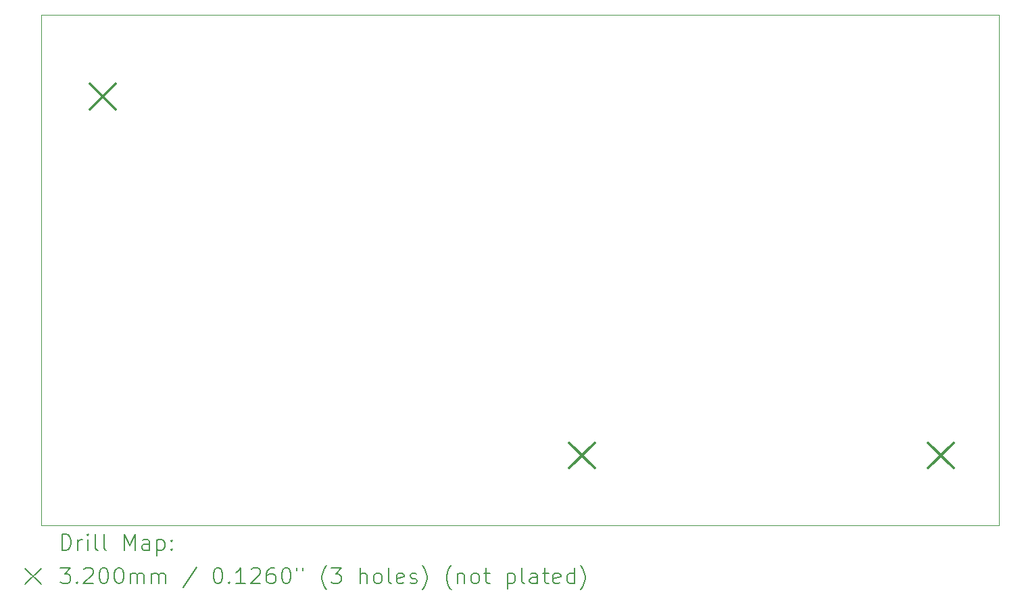
<source format=gbr>
%TF.GenerationSoftware,KiCad,Pcbnew,8.0.3*%
%TF.CreationDate,2024-07-14T18:55:31-07:00*%
%TF.ProjectId,robosub_teensy,726f626f-7375-4625-9f74-65656e73792e,rev?*%
%TF.SameCoordinates,Original*%
%TF.FileFunction,Drillmap*%
%TF.FilePolarity,Positive*%
%FSLAX45Y45*%
G04 Gerber Fmt 4.5, Leading zero omitted, Abs format (unit mm)*
G04 Created by KiCad (PCBNEW 8.0.3) date 2024-07-14 18:55:31*
%MOMM*%
%LPD*%
G01*
G04 APERTURE LIST*
%ADD10C,0.050000*%
%ADD11C,0.200000*%
%ADD12C,0.320000*%
G04 APERTURE END LIST*
D10*
X12805000Y-15692500D02*
X24805000Y-15692500D01*
X24805000Y-22095000D01*
X12805000Y-22095000D01*
X12805000Y-15692500D01*
D11*
D12*
X13415000Y-16560000D02*
X13735000Y-16880000D01*
X13735000Y-16560000D02*
X13415000Y-16880000D01*
X19415000Y-21060000D02*
X19735000Y-21380000D01*
X19735000Y-21060000D02*
X19415000Y-21380000D01*
X23915000Y-21060000D02*
X24235000Y-21380000D01*
X24235000Y-21060000D02*
X23915000Y-21380000D01*
D11*
X13063277Y-22408984D02*
X13063277Y-22208984D01*
X13063277Y-22208984D02*
X13110896Y-22208984D01*
X13110896Y-22208984D02*
X13139467Y-22218508D01*
X13139467Y-22218508D02*
X13158515Y-22237555D01*
X13158515Y-22237555D02*
X13168039Y-22256603D01*
X13168039Y-22256603D02*
X13177562Y-22294698D01*
X13177562Y-22294698D02*
X13177562Y-22323270D01*
X13177562Y-22323270D02*
X13168039Y-22361365D01*
X13168039Y-22361365D02*
X13158515Y-22380412D01*
X13158515Y-22380412D02*
X13139467Y-22399460D01*
X13139467Y-22399460D02*
X13110896Y-22408984D01*
X13110896Y-22408984D02*
X13063277Y-22408984D01*
X13263277Y-22408984D02*
X13263277Y-22275650D01*
X13263277Y-22313746D02*
X13272801Y-22294698D01*
X13272801Y-22294698D02*
X13282324Y-22285174D01*
X13282324Y-22285174D02*
X13301372Y-22275650D01*
X13301372Y-22275650D02*
X13320420Y-22275650D01*
X13387086Y-22408984D02*
X13387086Y-22275650D01*
X13387086Y-22208984D02*
X13377562Y-22218508D01*
X13377562Y-22218508D02*
X13387086Y-22228031D01*
X13387086Y-22228031D02*
X13396610Y-22218508D01*
X13396610Y-22218508D02*
X13387086Y-22208984D01*
X13387086Y-22208984D02*
X13387086Y-22228031D01*
X13510896Y-22408984D02*
X13491848Y-22399460D01*
X13491848Y-22399460D02*
X13482324Y-22380412D01*
X13482324Y-22380412D02*
X13482324Y-22208984D01*
X13615658Y-22408984D02*
X13596610Y-22399460D01*
X13596610Y-22399460D02*
X13587086Y-22380412D01*
X13587086Y-22380412D02*
X13587086Y-22208984D01*
X13844229Y-22408984D02*
X13844229Y-22208984D01*
X13844229Y-22208984D02*
X13910896Y-22351841D01*
X13910896Y-22351841D02*
X13977562Y-22208984D01*
X13977562Y-22208984D02*
X13977562Y-22408984D01*
X14158515Y-22408984D02*
X14158515Y-22304222D01*
X14158515Y-22304222D02*
X14148991Y-22285174D01*
X14148991Y-22285174D02*
X14129943Y-22275650D01*
X14129943Y-22275650D02*
X14091848Y-22275650D01*
X14091848Y-22275650D02*
X14072801Y-22285174D01*
X14158515Y-22399460D02*
X14139467Y-22408984D01*
X14139467Y-22408984D02*
X14091848Y-22408984D01*
X14091848Y-22408984D02*
X14072801Y-22399460D01*
X14072801Y-22399460D02*
X14063277Y-22380412D01*
X14063277Y-22380412D02*
X14063277Y-22361365D01*
X14063277Y-22361365D02*
X14072801Y-22342317D01*
X14072801Y-22342317D02*
X14091848Y-22332793D01*
X14091848Y-22332793D02*
X14139467Y-22332793D01*
X14139467Y-22332793D02*
X14158515Y-22323270D01*
X14253753Y-22275650D02*
X14253753Y-22475650D01*
X14253753Y-22285174D02*
X14272801Y-22275650D01*
X14272801Y-22275650D02*
X14310896Y-22275650D01*
X14310896Y-22275650D02*
X14329943Y-22285174D01*
X14329943Y-22285174D02*
X14339467Y-22294698D01*
X14339467Y-22294698D02*
X14348991Y-22313746D01*
X14348991Y-22313746D02*
X14348991Y-22370888D01*
X14348991Y-22370888D02*
X14339467Y-22389936D01*
X14339467Y-22389936D02*
X14329943Y-22399460D01*
X14329943Y-22399460D02*
X14310896Y-22408984D01*
X14310896Y-22408984D02*
X14272801Y-22408984D01*
X14272801Y-22408984D02*
X14253753Y-22399460D01*
X14434705Y-22389936D02*
X14444229Y-22399460D01*
X14444229Y-22399460D02*
X14434705Y-22408984D01*
X14434705Y-22408984D02*
X14425182Y-22399460D01*
X14425182Y-22399460D02*
X14434705Y-22389936D01*
X14434705Y-22389936D02*
X14434705Y-22408984D01*
X14434705Y-22285174D02*
X14444229Y-22294698D01*
X14444229Y-22294698D02*
X14434705Y-22304222D01*
X14434705Y-22304222D02*
X14425182Y-22294698D01*
X14425182Y-22294698D02*
X14434705Y-22285174D01*
X14434705Y-22285174D02*
X14434705Y-22304222D01*
X12602500Y-22637500D02*
X12802500Y-22837500D01*
X12802500Y-22637500D02*
X12602500Y-22837500D01*
X13044229Y-22628984D02*
X13168039Y-22628984D01*
X13168039Y-22628984D02*
X13101372Y-22705174D01*
X13101372Y-22705174D02*
X13129943Y-22705174D01*
X13129943Y-22705174D02*
X13148991Y-22714698D01*
X13148991Y-22714698D02*
X13158515Y-22724222D01*
X13158515Y-22724222D02*
X13168039Y-22743269D01*
X13168039Y-22743269D02*
X13168039Y-22790888D01*
X13168039Y-22790888D02*
X13158515Y-22809936D01*
X13158515Y-22809936D02*
X13148991Y-22819460D01*
X13148991Y-22819460D02*
X13129943Y-22828984D01*
X13129943Y-22828984D02*
X13072801Y-22828984D01*
X13072801Y-22828984D02*
X13053753Y-22819460D01*
X13053753Y-22819460D02*
X13044229Y-22809936D01*
X13253753Y-22809936D02*
X13263277Y-22819460D01*
X13263277Y-22819460D02*
X13253753Y-22828984D01*
X13253753Y-22828984D02*
X13244229Y-22819460D01*
X13244229Y-22819460D02*
X13253753Y-22809936D01*
X13253753Y-22809936D02*
X13253753Y-22828984D01*
X13339467Y-22648031D02*
X13348991Y-22638508D01*
X13348991Y-22638508D02*
X13368039Y-22628984D01*
X13368039Y-22628984D02*
X13415658Y-22628984D01*
X13415658Y-22628984D02*
X13434705Y-22638508D01*
X13434705Y-22638508D02*
X13444229Y-22648031D01*
X13444229Y-22648031D02*
X13453753Y-22667079D01*
X13453753Y-22667079D02*
X13453753Y-22686127D01*
X13453753Y-22686127D02*
X13444229Y-22714698D01*
X13444229Y-22714698D02*
X13329943Y-22828984D01*
X13329943Y-22828984D02*
X13453753Y-22828984D01*
X13577562Y-22628984D02*
X13596610Y-22628984D01*
X13596610Y-22628984D02*
X13615658Y-22638508D01*
X13615658Y-22638508D02*
X13625182Y-22648031D01*
X13625182Y-22648031D02*
X13634705Y-22667079D01*
X13634705Y-22667079D02*
X13644229Y-22705174D01*
X13644229Y-22705174D02*
X13644229Y-22752793D01*
X13644229Y-22752793D02*
X13634705Y-22790888D01*
X13634705Y-22790888D02*
X13625182Y-22809936D01*
X13625182Y-22809936D02*
X13615658Y-22819460D01*
X13615658Y-22819460D02*
X13596610Y-22828984D01*
X13596610Y-22828984D02*
X13577562Y-22828984D01*
X13577562Y-22828984D02*
X13558515Y-22819460D01*
X13558515Y-22819460D02*
X13548991Y-22809936D01*
X13548991Y-22809936D02*
X13539467Y-22790888D01*
X13539467Y-22790888D02*
X13529943Y-22752793D01*
X13529943Y-22752793D02*
X13529943Y-22705174D01*
X13529943Y-22705174D02*
X13539467Y-22667079D01*
X13539467Y-22667079D02*
X13548991Y-22648031D01*
X13548991Y-22648031D02*
X13558515Y-22638508D01*
X13558515Y-22638508D02*
X13577562Y-22628984D01*
X13768039Y-22628984D02*
X13787086Y-22628984D01*
X13787086Y-22628984D02*
X13806134Y-22638508D01*
X13806134Y-22638508D02*
X13815658Y-22648031D01*
X13815658Y-22648031D02*
X13825182Y-22667079D01*
X13825182Y-22667079D02*
X13834705Y-22705174D01*
X13834705Y-22705174D02*
X13834705Y-22752793D01*
X13834705Y-22752793D02*
X13825182Y-22790888D01*
X13825182Y-22790888D02*
X13815658Y-22809936D01*
X13815658Y-22809936D02*
X13806134Y-22819460D01*
X13806134Y-22819460D02*
X13787086Y-22828984D01*
X13787086Y-22828984D02*
X13768039Y-22828984D01*
X13768039Y-22828984D02*
X13748991Y-22819460D01*
X13748991Y-22819460D02*
X13739467Y-22809936D01*
X13739467Y-22809936D02*
X13729943Y-22790888D01*
X13729943Y-22790888D02*
X13720420Y-22752793D01*
X13720420Y-22752793D02*
X13720420Y-22705174D01*
X13720420Y-22705174D02*
X13729943Y-22667079D01*
X13729943Y-22667079D02*
X13739467Y-22648031D01*
X13739467Y-22648031D02*
X13748991Y-22638508D01*
X13748991Y-22638508D02*
X13768039Y-22628984D01*
X13920420Y-22828984D02*
X13920420Y-22695650D01*
X13920420Y-22714698D02*
X13929943Y-22705174D01*
X13929943Y-22705174D02*
X13948991Y-22695650D01*
X13948991Y-22695650D02*
X13977563Y-22695650D01*
X13977563Y-22695650D02*
X13996610Y-22705174D01*
X13996610Y-22705174D02*
X14006134Y-22724222D01*
X14006134Y-22724222D02*
X14006134Y-22828984D01*
X14006134Y-22724222D02*
X14015658Y-22705174D01*
X14015658Y-22705174D02*
X14034705Y-22695650D01*
X14034705Y-22695650D02*
X14063277Y-22695650D01*
X14063277Y-22695650D02*
X14082324Y-22705174D01*
X14082324Y-22705174D02*
X14091848Y-22724222D01*
X14091848Y-22724222D02*
X14091848Y-22828984D01*
X14187086Y-22828984D02*
X14187086Y-22695650D01*
X14187086Y-22714698D02*
X14196610Y-22705174D01*
X14196610Y-22705174D02*
X14215658Y-22695650D01*
X14215658Y-22695650D02*
X14244229Y-22695650D01*
X14244229Y-22695650D02*
X14263277Y-22705174D01*
X14263277Y-22705174D02*
X14272801Y-22724222D01*
X14272801Y-22724222D02*
X14272801Y-22828984D01*
X14272801Y-22724222D02*
X14282324Y-22705174D01*
X14282324Y-22705174D02*
X14301372Y-22695650D01*
X14301372Y-22695650D02*
X14329943Y-22695650D01*
X14329943Y-22695650D02*
X14348991Y-22705174D01*
X14348991Y-22705174D02*
X14358515Y-22724222D01*
X14358515Y-22724222D02*
X14358515Y-22828984D01*
X14748991Y-22619460D02*
X14577563Y-22876603D01*
X15006134Y-22628984D02*
X15025182Y-22628984D01*
X15025182Y-22628984D02*
X15044229Y-22638508D01*
X15044229Y-22638508D02*
X15053753Y-22648031D01*
X15053753Y-22648031D02*
X15063277Y-22667079D01*
X15063277Y-22667079D02*
X15072801Y-22705174D01*
X15072801Y-22705174D02*
X15072801Y-22752793D01*
X15072801Y-22752793D02*
X15063277Y-22790888D01*
X15063277Y-22790888D02*
X15053753Y-22809936D01*
X15053753Y-22809936D02*
X15044229Y-22819460D01*
X15044229Y-22819460D02*
X15025182Y-22828984D01*
X15025182Y-22828984D02*
X15006134Y-22828984D01*
X15006134Y-22828984D02*
X14987086Y-22819460D01*
X14987086Y-22819460D02*
X14977563Y-22809936D01*
X14977563Y-22809936D02*
X14968039Y-22790888D01*
X14968039Y-22790888D02*
X14958515Y-22752793D01*
X14958515Y-22752793D02*
X14958515Y-22705174D01*
X14958515Y-22705174D02*
X14968039Y-22667079D01*
X14968039Y-22667079D02*
X14977563Y-22648031D01*
X14977563Y-22648031D02*
X14987086Y-22638508D01*
X14987086Y-22638508D02*
X15006134Y-22628984D01*
X15158515Y-22809936D02*
X15168039Y-22819460D01*
X15168039Y-22819460D02*
X15158515Y-22828984D01*
X15158515Y-22828984D02*
X15148991Y-22819460D01*
X15148991Y-22819460D02*
X15158515Y-22809936D01*
X15158515Y-22809936D02*
X15158515Y-22828984D01*
X15358515Y-22828984D02*
X15244229Y-22828984D01*
X15301372Y-22828984D02*
X15301372Y-22628984D01*
X15301372Y-22628984D02*
X15282325Y-22657555D01*
X15282325Y-22657555D02*
X15263277Y-22676603D01*
X15263277Y-22676603D02*
X15244229Y-22686127D01*
X15434706Y-22648031D02*
X15444229Y-22638508D01*
X15444229Y-22638508D02*
X15463277Y-22628984D01*
X15463277Y-22628984D02*
X15510896Y-22628984D01*
X15510896Y-22628984D02*
X15529944Y-22638508D01*
X15529944Y-22638508D02*
X15539467Y-22648031D01*
X15539467Y-22648031D02*
X15548991Y-22667079D01*
X15548991Y-22667079D02*
X15548991Y-22686127D01*
X15548991Y-22686127D02*
X15539467Y-22714698D01*
X15539467Y-22714698D02*
X15425182Y-22828984D01*
X15425182Y-22828984D02*
X15548991Y-22828984D01*
X15720420Y-22628984D02*
X15682325Y-22628984D01*
X15682325Y-22628984D02*
X15663277Y-22638508D01*
X15663277Y-22638508D02*
X15653753Y-22648031D01*
X15653753Y-22648031D02*
X15634706Y-22676603D01*
X15634706Y-22676603D02*
X15625182Y-22714698D01*
X15625182Y-22714698D02*
X15625182Y-22790888D01*
X15625182Y-22790888D02*
X15634706Y-22809936D01*
X15634706Y-22809936D02*
X15644229Y-22819460D01*
X15644229Y-22819460D02*
X15663277Y-22828984D01*
X15663277Y-22828984D02*
X15701372Y-22828984D01*
X15701372Y-22828984D02*
X15720420Y-22819460D01*
X15720420Y-22819460D02*
X15729944Y-22809936D01*
X15729944Y-22809936D02*
X15739467Y-22790888D01*
X15739467Y-22790888D02*
X15739467Y-22743269D01*
X15739467Y-22743269D02*
X15729944Y-22724222D01*
X15729944Y-22724222D02*
X15720420Y-22714698D01*
X15720420Y-22714698D02*
X15701372Y-22705174D01*
X15701372Y-22705174D02*
X15663277Y-22705174D01*
X15663277Y-22705174D02*
X15644229Y-22714698D01*
X15644229Y-22714698D02*
X15634706Y-22724222D01*
X15634706Y-22724222D02*
X15625182Y-22743269D01*
X15863277Y-22628984D02*
X15882325Y-22628984D01*
X15882325Y-22628984D02*
X15901372Y-22638508D01*
X15901372Y-22638508D02*
X15910896Y-22648031D01*
X15910896Y-22648031D02*
X15920420Y-22667079D01*
X15920420Y-22667079D02*
X15929944Y-22705174D01*
X15929944Y-22705174D02*
X15929944Y-22752793D01*
X15929944Y-22752793D02*
X15920420Y-22790888D01*
X15920420Y-22790888D02*
X15910896Y-22809936D01*
X15910896Y-22809936D02*
X15901372Y-22819460D01*
X15901372Y-22819460D02*
X15882325Y-22828984D01*
X15882325Y-22828984D02*
X15863277Y-22828984D01*
X15863277Y-22828984D02*
X15844229Y-22819460D01*
X15844229Y-22819460D02*
X15834706Y-22809936D01*
X15834706Y-22809936D02*
X15825182Y-22790888D01*
X15825182Y-22790888D02*
X15815658Y-22752793D01*
X15815658Y-22752793D02*
X15815658Y-22705174D01*
X15815658Y-22705174D02*
X15825182Y-22667079D01*
X15825182Y-22667079D02*
X15834706Y-22648031D01*
X15834706Y-22648031D02*
X15844229Y-22638508D01*
X15844229Y-22638508D02*
X15863277Y-22628984D01*
X16006134Y-22628984D02*
X16006134Y-22667079D01*
X16082325Y-22628984D02*
X16082325Y-22667079D01*
X16377563Y-22905174D02*
X16368039Y-22895650D01*
X16368039Y-22895650D02*
X16348991Y-22867079D01*
X16348991Y-22867079D02*
X16339468Y-22848031D01*
X16339468Y-22848031D02*
X16329944Y-22819460D01*
X16329944Y-22819460D02*
X16320420Y-22771841D01*
X16320420Y-22771841D02*
X16320420Y-22733746D01*
X16320420Y-22733746D02*
X16329944Y-22686127D01*
X16329944Y-22686127D02*
X16339468Y-22657555D01*
X16339468Y-22657555D02*
X16348991Y-22638508D01*
X16348991Y-22638508D02*
X16368039Y-22609936D01*
X16368039Y-22609936D02*
X16377563Y-22600412D01*
X16434706Y-22628984D02*
X16558515Y-22628984D01*
X16558515Y-22628984D02*
X16491848Y-22705174D01*
X16491848Y-22705174D02*
X16520420Y-22705174D01*
X16520420Y-22705174D02*
X16539468Y-22714698D01*
X16539468Y-22714698D02*
X16548991Y-22724222D01*
X16548991Y-22724222D02*
X16558515Y-22743269D01*
X16558515Y-22743269D02*
X16558515Y-22790888D01*
X16558515Y-22790888D02*
X16548991Y-22809936D01*
X16548991Y-22809936D02*
X16539468Y-22819460D01*
X16539468Y-22819460D02*
X16520420Y-22828984D01*
X16520420Y-22828984D02*
X16463277Y-22828984D01*
X16463277Y-22828984D02*
X16444229Y-22819460D01*
X16444229Y-22819460D02*
X16434706Y-22809936D01*
X16796611Y-22828984D02*
X16796611Y-22628984D01*
X16882325Y-22828984D02*
X16882325Y-22724222D01*
X16882325Y-22724222D02*
X16872801Y-22705174D01*
X16872801Y-22705174D02*
X16853753Y-22695650D01*
X16853753Y-22695650D02*
X16825182Y-22695650D01*
X16825182Y-22695650D02*
X16806134Y-22705174D01*
X16806134Y-22705174D02*
X16796611Y-22714698D01*
X17006134Y-22828984D02*
X16987087Y-22819460D01*
X16987087Y-22819460D02*
X16977563Y-22809936D01*
X16977563Y-22809936D02*
X16968039Y-22790888D01*
X16968039Y-22790888D02*
X16968039Y-22733746D01*
X16968039Y-22733746D02*
X16977563Y-22714698D01*
X16977563Y-22714698D02*
X16987087Y-22705174D01*
X16987087Y-22705174D02*
X17006134Y-22695650D01*
X17006134Y-22695650D02*
X17034706Y-22695650D01*
X17034706Y-22695650D02*
X17053753Y-22705174D01*
X17053753Y-22705174D02*
X17063277Y-22714698D01*
X17063277Y-22714698D02*
X17072801Y-22733746D01*
X17072801Y-22733746D02*
X17072801Y-22790888D01*
X17072801Y-22790888D02*
X17063277Y-22809936D01*
X17063277Y-22809936D02*
X17053753Y-22819460D01*
X17053753Y-22819460D02*
X17034706Y-22828984D01*
X17034706Y-22828984D02*
X17006134Y-22828984D01*
X17187087Y-22828984D02*
X17168039Y-22819460D01*
X17168039Y-22819460D02*
X17158515Y-22800412D01*
X17158515Y-22800412D02*
X17158515Y-22628984D01*
X17339468Y-22819460D02*
X17320420Y-22828984D01*
X17320420Y-22828984D02*
X17282325Y-22828984D01*
X17282325Y-22828984D02*
X17263277Y-22819460D01*
X17263277Y-22819460D02*
X17253753Y-22800412D01*
X17253753Y-22800412D02*
X17253753Y-22724222D01*
X17253753Y-22724222D02*
X17263277Y-22705174D01*
X17263277Y-22705174D02*
X17282325Y-22695650D01*
X17282325Y-22695650D02*
X17320420Y-22695650D01*
X17320420Y-22695650D02*
X17339468Y-22705174D01*
X17339468Y-22705174D02*
X17348992Y-22724222D01*
X17348992Y-22724222D02*
X17348992Y-22743269D01*
X17348992Y-22743269D02*
X17253753Y-22762317D01*
X17425182Y-22819460D02*
X17444230Y-22828984D01*
X17444230Y-22828984D02*
X17482325Y-22828984D01*
X17482325Y-22828984D02*
X17501373Y-22819460D01*
X17501373Y-22819460D02*
X17510896Y-22800412D01*
X17510896Y-22800412D02*
X17510896Y-22790888D01*
X17510896Y-22790888D02*
X17501373Y-22771841D01*
X17501373Y-22771841D02*
X17482325Y-22762317D01*
X17482325Y-22762317D02*
X17453753Y-22762317D01*
X17453753Y-22762317D02*
X17434706Y-22752793D01*
X17434706Y-22752793D02*
X17425182Y-22733746D01*
X17425182Y-22733746D02*
X17425182Y-22724222D01*
X17425182Y-22724222D02*
X17434706Y-22705174D01*
X17434706Y-22705174D02*
X17453753Y-22695650D01*
X17453753Y-22695650D02*
X17482325Y-22695650D01*
X17482325Y-22695650D02*
X17501373Y-22705174D01*
X17577563Y-22905174D02*
X17587087Y-22895650D01*
X17587087Y-22895650D02*
X17606134Y-22867079D01*
X17606134Y-22867079D02*
X17615658Y-22848031D01*
X17615658Y-22848031D02*
X17625182Y-22819460D01*
X17625182Y-22819460D02*
X17634706Y-22771841D01*
X17634706Y-22771841D02*
X17634706Y-22733746D01*
X17634706Y-22733746D02*
X17625182Y-22686127D01*
X17625182Y-22686127D02*
X17615658Y-22657555D01*
X17615658Y-22657555D02*
X17606134Y-22638508D01*
X17606134Y-22638508D02*
X17587087Y-22609936D01*
X17587087Y-22609936D02*
X17577563Y-22600412D01*
X17939468Y-22905174D02*
X17929944Y-22895650D01*
X17929944Y-22895650D02*
X17910896Y-22867079D01*
X17910896Y-22867079D02*
X17901373Y-22848031D01*
X17901373Y-22848031D02*
X17891849Y-22819460D01*
X17891849Y-22819460D02*
X17882325Y-22771841D01*
X17882325Y-22771841D02*
X17882325Y-22733746D01*
X17882325Y-22733746D02*
X17891849Y-22686127D01*
X17891849Y-22686127D02*
X17901373Y-22657555D01*
X17901373Y-22657555D02*
X17910896Y-22638508D01*
X17910896Y-22638508D02*
X17929944Y-22609936D01*
X17929944Y-22609936D02*
X17939468Y-22600412D01*
X18015658Y-22695650D02*
X18015658Y-22828984D01*
X18015658Y-22714698D02*
X18025182Y-22705174D01*
X18025182Y-22705174D02*
X18044230Y-22695650D01*
X18044230Y-22695650D02*
X18072801Y-22695650D01*
X18072801Y-22695650D02*
X18091849Y-22705174D01*
X18091849Y-22705174D02*
X18101373Y-22724222D01*
X18101373Y-22724222D02*
X18101373Y-22828984D01*
X18225182Y-22828984D02*
X18206134Y-22819460D01*
X18206134Y-22819460D02*
X18196611Y-22809936D01*
X18196611Y-22809936D02*
X18187087Y-22790888D01*
X18187087Y-22790888D02*
X18187087Y-22733746D01*
X18187087Y-22733746D02*
X18196611Y-22714698D01*
X18196611Y-22714698D02*
X18206134Y-22705174D01*
X18206134Y-22705174D02*
X18225182Y-22695650D01*
X18225182Y-22695650D02*
X18253754Y-22695650D01*
X18253754Y-22695650D02*
X18272801Y-22705174D01*
X18272801Y-22705174D02*
X18282325Y-22714698D01*
X18282325Y-22714698D02*
X18291849Y-22733746D01*
X18291849Y-22733746D02*
X18291849Y-22790888D01*
X18291849Y-22790888D02*
X18282325Y-22809936D01*
X18282325Y-22809936D02*
X18272801Y-22819460D01*
X18272801Y-22819460D02*
X18253754Y-22828984D01*
X18253754Y-22828984D02*
X18225182Y-22828984D01*
X18348992Y-22695650D02*
X18425182Y-22695650D01*
X18377563Y-22628984D02*
X18377563Y-22800412D01*
X18377563Y-22800412D02*
X18387087Y-22819460D01*
X18387087Y-22819460D02*
X18406134Y-22828984D01*
X18406134Y-22828984D02*
X18425182Y-22828984D01*
X18644230Y-22695650D02*
X18644230Y-22895650D01*
X18644230Y-22705174D02*
X18663277Y-22695650D01*
X18663277Y-22695650D02*
X18701373Y-22695650D01*
X18701373Y-22695650D02*
X18720420Y-22705174D01*
X18720420Y-22705174D02*
X18729944Y-22714698D01*
X18729944Y-22714698D02*
X18739468Y-22733746D01*
X18739468Y-22733746D02*
X18739468Y-22790888D01*
X18739468Y-22790888D02*
X18729944Y-22809936D01*
X18729944Y-22809936D02*
X18720420Y-22819460D01*
X18720420Y-22819460D02*
X18701373Y-22828984D01*
X18701373Y-22828984D02*
X18663277Y-22828984D01*
X18663277Y-22828984D02*
X18644230Y-22819460D01*
X18853754Y-22828984D02*
X18834706Y-22819460D01*
X18834706Y-22819460D02*
X18825182Y-22800412D01*
X18825182Y-22800412D02*
X18825182Y-22628984D01*
X19015658Y-22828984D02*
X19015658Y-22724222D01*
X19015658Y-22724222D02*
X19006135Y-22705174D01*
X19006135Y-22705174D02*
X18987087Y-22695650D01*
X18987087Y-22695650D02*
X18948992Y-22695650D01*
X18948992Y-22695650D02*
X18929944Y-22705174D01*
X19015658Y-22819460D02*
X18996611Y-22828984D01*
X18996611Y-22828984D02*
X18948992Y-22828984D01*
X18948992Y-22828984D02*
X18929944Y-22819460D01*
X18929944Y-22819460D02*
X18920420Y-22800412D01*
X18920420Y-22800412D02*
X18920420Y-22781365D01*
X18920420Y-22781365D02*
X18929944Y-22762317D01*
X18929944Y-22762317D02*
X18948992Y-22752793D01*
X18948992Y-22752793D02*
X18996611Y-22752793D01*
X18996611Y-22752793D02*
X19015658Y-22743269D01*
X19082325Y-22695650D02*
X19158515Y-22695650D01*
X19110896Y-22628984D02*
X19110896Y-22800412D01*
X19110896Y-22800412D02*
X19120420Y-22819460D01*
X19120420Y-22819460D02*
X19139468Y-22828984D01*
X19139468Y-22828984D02*
X19158515Y-22828984D01*
X19301373Y-22819460D02*
X19282325Y-22828984D01*
X19282325Y-22828984D02*
X19244230Y-22828984D01*
X19244230Y-22828984D02*
X19225182Y-22819460D01*
X19225182Y-22819460D02*
X19215658Y-22800412D01*
X19215658Y-22800412D02*
X19215658Y-22724222D01*
X19215658Y-22724222D02*
X19225182Y-22705174D01*
X19225182Y-22705174D02*
X19244230Y-22695650D01*
X19244230Y-22695650D02*
X19282325Y-22695650D01*
X19282325Y-22695650D02*
X19301373Y-22705174D01*
X19301373Y-22705174D02*
X19310896Y-22724222D01*
X19310896Y-22724222D02*
X19310896Y-22743269D01*
X19310896Y-22743269D02*
X19215658Y-22762317D01*
X19482325Y-22828984D02*
X19482325Y-22628984D01*
X19482325Y-22819460D02*
X19463277Y-22828984D01*
X19463277Y-22828984D02*
X19425182Y-22828984D01*
X19425182Y-22828984D02*
X19406135Y-22819460D01*
X19406135Y-22819460D02*
X19396611Y-22809936D01*
X19396611Y-22809936D02*
X19387087Y-22790888D01*
X19387087Y-22790888D02*
X19387087Y-22733746D01*
X19387087Y-22733746D02*
X19396611Y-22714698D01*
X19396611Y-22714698D02*
X19406135Y-22705174D01*
X19406135Y-22705174D02*
X19425182Y-22695650D01*
X19425182Y-22695650D02*
X19463277Y-22695650D01*
X19463277Y-22695650D02*
X19482325Y-22705174D01*
X19558516Y-22905174D02*
X19568039Y-22895650D01*
X19568039Y-22895650D02*
X19587087Y-22867079D01*
X19587087Y-22867079D02*
X19596611Y-22848031D01*
X19596611Y-22848031D02*
X19606135Y-22819460D01*
X19606135Y-22819460D02*
X19615658Y-22771841D01*
X19615658Y-22771841D02*
X19615658Y-22733746D01*
X19615658Y-22733746D02*
X19606135Y-22686127D01*
X19606135Y-22686127D02*
X19596611Y-22657555D01*
X19596611Y-22657555D02*
X19587087Y-22638508D01*
X19587087Y-22638508D02*
X19568039Y-22609936D01*
X19568039Y-22609936D02*
X19558516Y-22600412D01*
M02*

</source>
